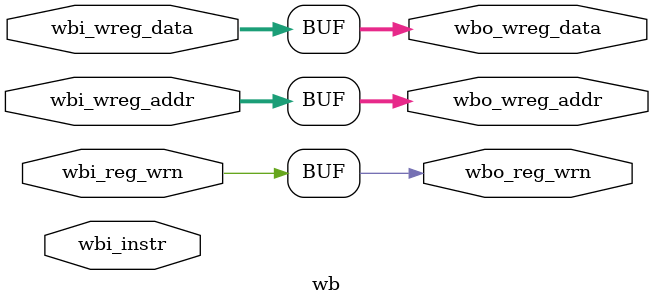
<source format=v>
`timescale 1ns / 1ps
module wb(
	 input [15:0] wbi_instr,
	 input [15:0] wbi_wreg_data,
	 input [3:0] wbi_wreg_addr,
	 input wbi_reg_wrn,
	 
	 output [3:0] wbo_wreg_addr,
	 output [15:0] wbo_wreg_data,
	 output wbo_reg_wrn
    );
	assign wbo_reg_wrn = wbi_reg_wrn;
	assign wbo_wreg_data = wbi_wreg_data;
	assign wbo_wreg_addr = wbi_wreg_addr;

endmodule

</source>
